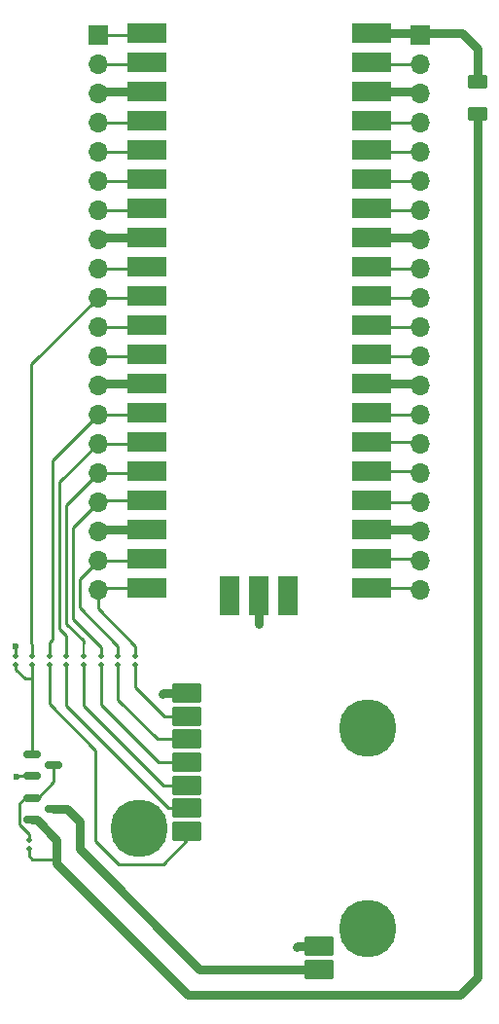
<source format=gbr>
%TF.GenerationSoftware,KiCad,Pcbnew,(6.0.4)*%
%TF.CreationDate,2022-11-07T15:55:16+01:00*%
%TF.ProjectId,mta1-usb-v1-programmer,6d746131-2d75-4736-922d-76312d70726f,rev?*%
%TF.SameCoordinates,Original*%
%TF.FileFunction,Copper,L1,Top*%
%TF.FilePolarity,Positive*%
%FSLAX46Y46*%
G04 Gerber Fmt 4.6, Leading zero omitted, Abs format (unit mm)*
G04 Created by KiCad (PCBNEW (6.0.4)) date 2022-11-07 15:55:16*
%MOMM*%
%LPD*%
G01*
G04 APERTURE LIST*
G04 Aperture macros list*
%AMRoundRect*
0 Rectangle with rounded corners*
0 $1 Rounding radius*
0 $2 $3 $4 $5 $6 $7 $8 $9 X,Y pos of 4 corners*
0 Add a 4 corners polygon primitive as box body*
4,1,4,$2,$3,$4,$5,$6,$7,$8,$9,$2,$3,0*
0 Add four circle primitives for the rounded corners*
1,1,$1+$1,$2,$3*
1,1,$1+$1,$4,$5*
1,1,$1+$1,$6,$7*
1,1,$1+$1,$8,$9*
0 Add four rect primitives between the rounded corners*
20,1,$1+$1,$2,$3,$4,$5,0*
20,1,$1+$1,$4,$5,$6,$7,0*
20,1,$1+$1,$6,$7,$8,$9,0*
20,1,$1+$1,$8,$9,$2,$3,0*%
G04 Aperture macros list end*
%TA.AperFunction,SMDPad,CuDef*%
%ADD10RoundRect,0.112500X0.112500X-0.112500X0.112500X0.112500X-0.112500X0.112500X-0.112500X-0.112500X0*%
%TD*%
%TA.AperFunction,ComponentPad*%
%ADD11C,5.000000*%
%TD*%
%TA.AperFunction,SMDPad,CuDef*%
%ADD12RoundRect,0.170000X1.130000X0.680000X-1.130000X0.680000X-1.130000X-0.680000X1.130000X-0.680000X0*%
%TD*%
%TA.AperFunction,SMDPad,CuDef*%
%ADD13RoundRect,0.170000X-1.130000X-0.680000X1.130000X-0.680000X1.130000X0.680000X-1.130000X0.680000X0*%
%TD*%
%TA.AperFunction,ComponentPad*%
%ADD14R,1.700000X1.700000*%
%TD*%
%TA.AperFunction,ComponentPad*%
%ADD15O,1.700000X1.700000*%
%TD*%
%TA.AperFunction,SMDPad,CuDef*%
%ADD16RoundRect,0.250000X-0.625000X0.375000X-0.625000X-0.375000X0.625000X-0.375000X0.625000X0.375000X0*%
%TD*%
%TA.AperFunction,SMDPad,CuDef*%
%ADD17RoundRect,0.150000X-0.587500X-0.150000X0.587500X-0.150000X0.587500X0.150000X-0.587500X0.150000X0*%
%TD*%
%TA.AperFunction,SMDPad,CuDef*%
%ADD18RoundRect,0.112500X-0.112500X0.112500X-0.112500X-0.112500X0.112500X-0.112500X0.112500X0.112500X0*%
%TD*%
%TA.AperFunction,SMDPad,CuDef*%
%ADD19R,1.700000X3.500000*%
%TD*%
%TA.AperFunction,SMDPad,CuDef*%
%ADD20R,3.500000X1.700000*%
%TD*%
%TA.AperFunction,ViaPad*%
%ADD21C,0.600000*%
%TD*%
%TA.AperFunction,Conductor*%
%ADD22C,0.800000*%
%TD*%
%TA.AperFunction,Conductor*%
%ADD23C,0.250000*%
%TD*%
%TA.AperFunction,Conductor*%
%ADD24C,0.200000*%
%TD*%
G04 APERTURE END LIST*
D10*
%TO.P,R16,1*%
%TO.N,/CDONE*%
X129750000Y-105800000D03*
%TO.P,R16,2*%
%TO.N,/CDONE_U*%
X129750000Y-105000000D03*
%TD*%
D11*
%TO.P,JIG1,M1*%
%TO.N,N/C*%
X130050000Y-120000000D03*
%TO.P,JIG1,M2*%
X149950000Y-128750000D03*
%TO.P,JIG1,M3*%
X149950000Y-111250000D03*
%TD*%
D12*
%TO.P,J4,7,7*%
%TO.N,GND*%
X134250000Y-108250000D03*
%TO.P,J4,6,6*%
%TO.N,/CDONE*%
X134250000Y-110250000D03*
%TO.P,J4,5,5*%
%TO.N,/CRESET*%
X134250000Y-112250000D03*
%TO.P,J4,4,4*%
%TO.N,/MISO*%
X134250000Y-114250000D03*
%TO.P,J4,3,3*%
%TO.N,/SS*%
X134250000Y-116250000D03*
%TO.P,J4,2,2*%
%TO.N,/MOSI*%
X134250000Y-118250000D03*
%TO.P,J4,1,1*%
%TO.N,/SCK*%
X134250000Y-120250000D03*
%TD*%
D13*
%TO.P,J3,1,1*%
%TO.N,GND*%
X145750000Y-130250000D03*
%TO.P,J3,2,2*%
%TO.N,/5V_DUT*%
X145750000Y-132250000D03*
%TD*%
D14*
%TO.P,J2,1,Pin_1*%
%TO.N,+5V*%
X154500000Y-51000000D03*
D15*
%TO.P,J2,2,Pin_2*%
%TO.N,/PICO_VSYS*%
X154500000Y-53540000D03*
%TO.P,J2,3,Pin_3*%
%TO.N,GND*%
X154500000Y-56080000D03*
%TO.P,J2,4,Pin_4*%
%TO.N,/PICO_3V3_EN*%
X154500000Y-58620000D03*
%TO.P,J2,5,Pin_5*%
%TO.N,/PICO_3V3*%
X154500000Y-61160000D03*
%TO.P,J2,6,Pin_6*%
%TO.N,/PICO_ADC_VREF*%
X154500000Y-63700000D03*
%TO.P,J2,7,Pin_7*%
%TO.N,/PICO28*%
X154500000Y-66240000D03*
%TO.P,J2,8,Pin_8*%
%TO.N,GND*%
X154500000Y-68780000D03*
%TO.P,J2,9,Pin_9*%
%TO.N,/PICO27*%
X154500000Y-71320000D03*
%TO.P,J2,10,Pin_10*%
%TO.N,/PICO26*%
X154500000Y-73860000D03*
%TO.P,J2,11,Pin_11*%
%TO.N,/PICO_RUN*%
X154500000Y-76400000D03*
%TO.P,J2,12,Pin_12*%
%TO.N,/PICO22*%
X154500000Y-78940000D03*
%TO.P,J2,13,Pin_13*%
%TO.N,GND*%
X154500000Y-81480000D03*
%TO.P,J2,14,Pin_14*%
%TO.N,/GPIO4_U*%
X154500000Y-84020000D03*
%TO.P,J2,15,Pin_15*%
%TO.N,/GPIO3_U*%
X154500000Y-86560000D03*
%TO.P,J2,16,Pin_16*%
%TO.N,/GPIO2_U*%
X154500000Y-89100000D03*
%TO.P,J2,17,Pin_17*%
%TO.N,/GPIO1_U*%
X154500000Y-91640000D03*
%TO.P,J2,18,Pin_18*%
%TO.N,GND*%
X154500000Y-94180000D03*
%TO.P,J2,19,Pin_19*%
%TO.N,/CTS_U*%
X154500000Y-96720000D03*
%TO.P,J2,20,Pin_20*%
%TO.N,/RTS_U*%
X154500000Y-99260000D03*
%TD*%
D16*
%TO.P,F1,1*%
%TO.N,+5V*%
X159500000Y-55100000D03*
%TO.P,F1,2*%
%TO.N,/5V_FUSE*%
X159500000Y-57900000D03*
%TD*%
D10*
%TO.P,R12,1*%
%TO.N,/MOSI*%
X123750000Y-105800000D03*
%TO.P,R12,2*%
%TO.N,/MOSI_U*%
X123750000Y-105000000D03*
%TD*%
D14*
%TO.P,J1,1,Pin_1*%
%TO.N,/PICO_0*%
X126500000Y-51000000D03*
D15*
%TO.P,J1,2,Pin_2*%
%TO.N,/PICO_1*%
X126500000Y-53540000D03*
%TO.P,J1,3,Pin_3*%
%TO.N,GND*%
X126500000Y-56080000D03*
%TO.P,J1,4,Pin_4*%
%TO.N,/PICO_2*%
X126500000Y-58620000D03*
%TO.P,J1,5,Pin_5*%
%TO.N,/PICO_3*%
X126500000Y-61160000D03*
%TO.P,J1,6,Pin_6*%
%TO.N,/PICO_4*%
X126500000Y-63700000D03*
%TO.P,J1,7,Pin_7*%
%TO.N,/PICO_5*%
X126500000Y-66240000D03*
%TO.P,J1,8,Pin_8*%
%TO.N,GND*%
X126500000Y-68780000D03*
%TO.P,J1,9,Pin_9*%
%TO.N,/PICO_6*%
X126500000Y-71320000D03*
%TO.P,J1,10,Pin_10*%
%TO.N,/5V_EN*%
X126500000Y-73860000D03*
%TO.P,J1,11,Pin_11*%
%TO.N,/TX_U*%
X126500000Y-76400000D03*
%TO.P,J1,12,Pin_12*%
%TO.N,/RX_U*%
X126500000Y-78940000D03*
%TO.P,J1,13,Pin_13*%
%TO.N,GND*%
X126500000Y-81480000D03*
%TO.P,J1,14,Pin_14*%
%TO.N,/SCK_U*%
X126500000Y-84020000D03*
%TO.P,J1,15,Pin_15*%
%TO.N,/MOSI_U*%
X126500000Y-86560000D03*
%TO.P,J1,16,Pin_16*%
%TO.N,/SS_U*%
X126500000Y-89100000D03*
%TO.P,J1,17,Pin_17*%
%TO.N,/MISO_U*%
X126500000Y-91640000D03*
%TO.P,J1,18,Pin_18*%
%TO.N,GND*%
X126500000Y-94180000D03*
%TO.P,J1,19,Pin_19*%
%TO.N,/CRESET_U*%
X126500000Y-96720000D03*
%TO.P,J1,20,Pin_20*%
%TO.N,/CDONE_U*%
X126500000Y-99260000D03*
%TD*%
D10*
%TO.P,R14,1*%
%TO.N,/MISO*%
X126750000Y-105800000D03*
%TO.P,R14,2*%
%TO.N,/MISO_U*%
X126750000Y-105000000D03*
%TD*%
%TO.P,R11,2*%
%TO.N,/SCK_U*%
X122250000Y-105000000D03*
%TO.P,R11,1*%
%TO.N,/SCK*%
X122250000Y-105800000D03*
%TD*%
%TO.P,R13,1*%
%TO.N,/SS*%
X125250000Y-105800000D03*
%TO.P,R13,2*%
%TO.N,/SS_U*%
X125250000Y-105000000D03*
%TD*%
D17*
%TO.P,Q1,1,G*%
%TO.N,Net-(Q1-Pad1)*%
X120762500Y-113540000D03*
%TO.P,Q1,2,S*%
%TO.N,GND*%
X120762500Y-115440000D03*
%TO.P,Q1,3,D*%
%TO.N,Net-(Q1-Pad3)*%
X122637500Y-114490000D03*
%TD*%
D18*
%TO.P,R8,1*%
%TO.N,Net-(Q1-Pad3)*%
X120500000Y-121000000D03*
%TO.P,R8,2*%
%TO.N,/5V_FUSE*%
X120500000Y-121800000D03*
%TD*%
D17*
%TO.P,Q2,1,G*%
%TO.N,Net-(Q1-Pad3)*%
X120762500Y-117350000D03*
%TO.P,Q2,2,S*%
%TO.N,/5V_FUSE*%
X120762500Y-119250000D03*
%TO.P,Q2,3,D*%
%TO.N,/5V_DUT*%
X122637500Y-118300000D03*
%TD*%
D19*
%TO.P,U2,43,SWDIO*%
%TO.N,unconnected-(U2-Pad43)*%
X143040000Y-99800000D03*
%TO.P,U2,42,GND*%
%TO.N,GND*%
X140500000Y-99800000D03*
%TO.P,U2,41,SWCLK*%
%TO.N,unconnected-(U2-Pad41)*%
X137960000Y-99800000D03*
D20*
%TO.P,U2,40,VBUS*%
%TO.N,+5V*%
X150290000Y-50870000D03*
%TO.P,U2,39,VSYS*%
%TO.N,/PICO_VSYS*%
X150290000Y-53410000D03*
%TO.P,U2,38,GND*%
%TO.N,GND*%
X150290000Y-55950000D03*
%TO.P,U2,37,3V3_EN*%
%TO.N,/PICO_3V3_EN*%
X150290000Y-58490000D03*
%TO.P,U2,36,3V3*%
%TO.N,/PICO_3V3*%
X150290000Y-61030000D03*
%TO.P,U2,35,ADC_VREF*%
%TO.N,/PICO_ADC_VREF*%
X150290000Y-63570000D03*
%TO.P,U2,34,GPIO28_ADC2*%
%TO.N,/PICO28*%
X150290000Y-66110000D03*
%TO.P,U2,33,AGND*%
%TO.N,GND*%
X150290000Y-68650000D03*
%TO.P,U2,32,GPIO27_ADC1*%
%TO.N,/PICO27*%
X150290000Y-71190000D03*
%TO.P,U2,31,GPIO26_ADC0*%
%TO.N,/PICO26*%
X150290000Y-73730000D03*
%TO.P,U2,30,RUN*%
%TO.N,/PICO_RUN*%
X150290000Y-76270000D03*
%TO.P,U2,29,GPIO22*%
%TO.N,/PICO22*%
X150290000Y-78810000D03*
%TO.P,U2,28,GND*%
%TO.N,GND*%
X150290000Y-81350000D03*
%TO.P,U2,27,GPIO21*%
%TO.N,/GPIO4_U*%
X150290000Y-83890000D03*
%TO.P,U2,26,GPIO20*%
%TO.N,/GPIO3_U*%
X150290000Y-86430000D03*
%TO.P,U2,25,GPIO19*%
%TO.N,/GPIO2_U*%
X150290000Y-88970000D03*
%TO.P,U2,24,GPIO18*%
%TO.N,/GPIO1_U*%
X150290000Y-91510000D03*
%TO.P,U2,23,GND*%
%TO.N,GND*%
X150290000Y-94050000D03*
%TO.P,U2,22,GPIO17*%
%TO.N,/CTS_U*%
X150290000Y-96590000D03*
%TO.P,U2,21,GPIO16*%
%TO.N,/RTS_U*%
X150290000Y-99130000D03*
%TO.P,U2,20,GPIO15*%
%TO.N,/CDONE_U*%
X130710000Y-99130000D03*
%TO.P,U2,19,GPIO14*%
%TO.N,/CRESET_U*%
X130710000Y-96590000D03*
%TO.P,U2,18,GND*%
%TO.N,GND*%
X130710000Y-94050000D03*
%TO.P,U2,17,GPIO13*%
%TO.N,/MISO_U*%
X130710000Y-91510000D03*
%TO.P,U2,16,GPIO12*%
%TO.N,/SS_U*%
X130710000Y-88970000D03*
%TO.P,U2,15,GPIO11*%
%TO.N,/MOSI_U*%
X130710000Y-86430000D03*
%TO.P,U2,14,GPIO10*%
%TO.N,/SCK_U*%
X130710000Y-83890000D03*
%TO.P,U2,13,GND*%
%TO.N,GND*%
X130710000Y-81350000D03*
%TO.P,U2,12,GPIO9*%
%TO.N,/RX_U*%
X130710000Y-78810000D03*
%TO.P,U2,11,GPIO8*%
%TO.N,/TX_U*%
X130710000Y-76270000D03*
%TO.P,U2,10,GPIO7*%
%TO.N,/5V_EN*%
X130710000Y-73730000D03*
%TO.P,U2,9,GPIO6*%
%TO.N,/PICO_6*%
X130710000Y-71190000D03*
%TO.P,U2,8,GND*%
%TO.N,GND*%
X130710000Y-68650000D03*
%TO.P,U2,7,GPIO5*%
%TO.N,/PICO_5*%
X130710000Y-66110000D03*
%TO.P,U2,6,GPIO4*%
%TO.N,/PICO_4*%
X130710000Y-63570000D03*
%TO.P,U2,5,GPIO3*%
%TO.N,/PICO_3*%
X130710000Y-61030000D03*
%TO.P,U2,4,GPIO2*%
%TO.N,/PICO_2*%
X130710000Y-58490000D03*
%TO.P,U2,3,GND*%
%TO.N,GND*%
X130710000Y-55950000D03*
%TO.P,U2,2,GPIO1*%
%TO.N,/PICO_1*%
X130710000Y-53410000D03*
%TO.P,U2,1,GPIO0*%
%TO.N,/PICO_0*%
X130710000Y-50870000D03*
%TD*%
D18*
%TO.P,R17,1*%
%TO.N,/5V_EN*%
X120750000Y-105000000D03*
%TO.P,R17,2*%
%TO.N,Net-(Q1-Pad1)*%
X120750000Y-105800000D03*
%TD*%
D10*
%TO.P,R15,1*%
%TO.N,/CRESET*%
X128250000Y-105800000D03*
%TO.P,R15,2*%
%TO.N,/CRESET_U*%
X128250000Y-105000000D03*
%TD*%
D18*
%TO.P,R7,1*%
%TO.N,GND*%
X119300000Y-105000000D03*
%TO.P,R7,2*%
%TO.N,Net-(Q1-Pad1)*%
X119300000Y-105800000D03*
%TD*%
D21*
%TO.N,GND*%
X132100000Y-108300000D03*
X143800000Y-130300000D03*
X119300000Y-104200000D03*
X119380000Y-115500000D03*
X140500000Y-102200000D03*
%TD*%
D22*
%TO.N,GND*%
X140500000Y-98900000D02*
X140500000Y-102200000D01*
D23*
%TO.N,/PICO26*%
X149520000Y-73860000D02*
X149390000Y-73730000D01*
X154500000Y-73860000D02*
X149520000Y-73860000D01*
%TO.N,/PICO27*%
X149520000Y-71320000D02*
X149390000Y-71190000D01*
X154500000Y-71320000D02*
X149520000Y-71320000D01*
%TO.N,/PICO28*%
X149520000Y-66240000D02*
X149390000Y-66110000D01*
X154500000Y-66240000D02*
X149520000Y-66240000D01*
%TO.N,/SCK*%
X126300000Y-113200000D02*
X122250000Y-109150000D01*
X126300000Y-121100000D02*
X126300000Y-113200000D01*
X122250000Y-109150000D02*
X122250000Y-105800000D01*
X132200000Y-123100000D02*
X128300000Y-123100000D01*
X128300000Y-123100000D02*
X126300000Y-121100000D01*
X134250000Y-121050000D02*
X132200000Y-123100000D01*
X134250000Y-120250000D02*
X134250000Y-121050000D01*
D22*
%TO.N,/5V_DUT*%
X123800000Y-118300000D02*
X122637500Y-118300000D01*
X124900000Y-119400000D02*
X123800000Y-118300000D01*
X124900000Y-121800000D02*
X124900000Y-119400000D01*
X135350000Y-132250000D02*
X124900000Y-121800000D01*
X145750000Y-132250000D02*
X135350000Y-132250000D01*
%TO.N,/5V_FUSE*%
X159500000Y-133000000D02*
X159500000Y-57900000D01*
X158000000Y-134500000D02*
X159500000Y-133000000D01*
X134337500Y-134500000D02*
X158000000Y-134500000D01*
X122900000Y-122700000D02*
X122900000Y-123062500D01*
X122900000Y-123062500D02*
X134337500Y-134500000D01*
D23*
%TO.N,Net-(Q1-Pad1)*%
X120750000Y-113527500D02*
X120762500Y-113540000D01*
X120750000Y-107000000D02*
X120750000Y-113527500D01*
%TO.N,/MOSI*%
X132650000Y-118250000D02*
X134250000Y-118250000D01*
X123750000Y-109350000D02*
X132650000Y-118250000D01*
X123750000Y-105800000D02*
X123750000Y-109350000D01*
%TO.N,/SS*%
X125250000Y-109350000D02*
X125250000Y-105800000D01*
X132150000Y-116250000D02*
X125250000Y-109350000D01*
X134250000Y-116250000D02*
X132150000Y-116250000D01*
%TO.N,/MISO*%
X126750000Y-109250000D02*
X131750000Y-114250000D01*
X131750000Y-114250000D02*
X134250000Y-114250000D01*
X126750000Y-105800000D02*
X126750000Y-109250000D01*
%TO.N,/CRESET*%
X128250000Y-108850000D02*
X128250000Y-105800000D01*
X131650000Y-112250000D02*
X128250000Y-108850000D01*
X134250000Y-112250000D02*
X131650000Y-112250000D01*
%TO.N,/CDONE*%
X132250000Y-110250000D02*
X134250000Y-110250000D01*
X129750000Y-107750000D02*
X132250000Y-110250000D01*
X129750000Y-105800000D02*
X129750000Y-107750000D01*
%TO.N,Net-(Q1-Pad3)*%
X122637500Y-114490000D02*
X122637500Y-115942500D01*
X122637500Y-115942500D02*
X121230000Y-117350000D01*
X121230000Y-117350000D02*
X120762500Y-117350000D01*
%TO.N,Net-(Q1-Pad1)*%
X120750000Y-107000000D02*
X120125000Y-107000000D01*
X120750000Y-105800000D02*
X120750000Y-107000000D01*
X119300000Y-105800000D02*
X119300000Y-106175000D01*
X119300000Y-106175000D02*
X120125000Y-107000000D01*
%TO.N,/MOSI_U*%
X123750000Y-103250000D02*
X123750000Y-105000000D01*
%TO.N,/MISO_U*%
X124300000Y-101800000D02*
X126750000Y-104250000D01*
%TO.N,/CDONE_U*%
X129750000Y-104150000D02*
X129750000Y-105000000D01*
%TO.N,/SS_U*%
X123740000Y-102190000D02*
X125250000Y-103700000D01*
%TO.N,/SCK_U*%
X122540000Y-87980000D02*
X122540000Y-103560000D01*
%TO.N,/CRESET_U*%
X128250000Y-104150000D02*
X128250000Y-105000000D01*
%TO.N,/SCK_U*%
X122250000Y-103850000D02*
X122250000Y-105000000D01*
X122540000Y-103560000D02*
X122250000Y-103850000D01*
D22*
%TO.N,+5V*%
X158170000Y-50870000D02*
X159500000Y-52200000D01*
X159500000Y-52200000D02*
X159500000Y-55100000D01*
X149390000Y-50870000D02*
X158170000Y-50870000D01*
D23*
%TO.N,/SS_U*%
X125250000Y-103700000D02*
X125250000Y-103950000D01*
X123740000Y-91860000D02*
X123740000Y-102190000D01*
X126500000Y-89100000D02*
X123740000Y-91860000D01*
%TO.N,/MISO_U*%
X126750000Y-104250000D02*
X126750000Y-105000000D01*
X124300000Y-93840000D02*
X124300000Y-101800000D01*
X126500000Y-91640000D02*
X124300000Y-93840000D01*
%TO.N,/SCK_U*%
X126500000Y-84020000D02*
X122540000Y-87980000D01*
%TO.N,/CDONE_U*%
X126500000Y-100900000D02*
X129750000Y-104150000D01*
X126500000Y-99260000D02*
X126500000Y-100900000D01*
%TO.N,/CRESET_U*%
X124900000Y-100800000D02*
X128250000Y-104150000D01*
X124900000Y-98320000D02*
X124900000Y-100800000D01*
X126500000Y-96720000D02*
X124900000Y-98320000D01*
D24*
%TO.N,/SS_U*%
X125250000Y-105000000D02*
X125250000Y-103950000D01*
D23*
%TO.N,/MOSI_U*%
X123170000Y-89890000D02*
X123170000Y-102670000D01*
X123170000Y-102670000D02*
X123750000Y-103250000D01*
X126500000Y-86560000D02*
X123170000Y-89890000D01*
%TO.N,/5V_FUSE*%
X120500000Y-122400000D02*
X120500000Y-121800000D01*
X122900000Y-122700000D02*
X120800000Y-122700000D01*
X120800000Y-122700000D02*
X120500000Y-122400000D01*
%TO.N,Net-(Q1-Pad3)*%
X119700000Y-117800000D02*
X120150000Y-117350000D01*
X120150000Y-117350000D02*
X120762500Y-117350000D01*
X120500000Y-120500000D02*
X119700000Y-119700000D01*
X120500000Y-121000000D02*
X120500000Y-120500000D01*
X119700000Y-119700000D02*
X119700000Y-117800000D01*
D22*
%TO.N,GND*%
X132150000Y-108250000D02*
X132100000Y-108300000D01*
X134250000Y-108250000D02*
X132150000Y-108250000D01*
X143850000Y-130250000D02*
X143800000Y-130300000D01*
X145750000Y-130250000D02*
X143850000Y-130250000D01*
%TO.N,/5V_FUSE*%
X122900000Y-121000000D02*
X121150000Y-119250000D01*
X121150000Y-119250000D02*
X120762500Y-119250000D01*
X122900000Y-122700000D02*
X122900000Y-121000000D01*
D23*
%TO.N,/5V_EN*%
X120750000Y-104000000D02*
X120750000Y-105000000D01*
X120700000Y-103950000D02*
X120750000Y-104000000D01*
X120700000Y-79660000D02*
X120700000Y-103950000D01*
X126500000Y-73860000D02*
X120700000Y-79660000D01*
D22*
%TO.N,GND*%
X154370000Y-68650000D02*
X154500000Y-68780000D01*
X149390000Y-55950000D02*
X154370000Y-55950000D01*
X149390000Y-68650000D02*
X154370000Y-68650000D01*
D23*
X119300000Y-105000000D02*
X119300000Y-104140000D01*
D22*
X154370000Y-81350000D02*
X154500000Y-81480000D01*
X131610000Y-94050000D02*
X126630000Y-94050000D01*
X126630000Y-55950000D02*
X126500000Y-56080000D01*
X126630000Y-81350000D02*
X126500000Y-81480000D01*
D23*
X120762500Y-115440000D02*
X119440000Y-115440000D01*
X119440000Y-115440000D02*
X119380000Y-115500000D01*
D22*
X131610000Y-55950000D02*
X126630000Y-55950000D01*
X131610000Y-68650000D02*
X126630000Y-68650000D01*
X126630000Y-68650000D02*
X126500000Y-68780000D01*
X149390000Y-94050000D02*
X154370000Y-94050000D01*
X149390000Y-81350000D02*
X154370000Y-81350000D01*
X154370000Y-55950000D02*
X154500000Y-56080000D01*
X126630000Y-94050000D02*
X126500000Y-94180000D01*
X131610000Y-81350000D02*
X126630000Y-81350000D01*
D23*
%TO.N,/PICO_0*%
X131480000Y-51000000D02*
X131610000Y-50870000D01*
X126500000Y-51000000D02*
X131480000Y-51000000D01*
%TO.N,/PICO_1*%
X131480000Y-53540000D02*
X131610000Y-53410000D01*
X126500000Y-53540000D02*
X131480000Y-53540000D01*
%TO.N,/PICO_2*%
X126500000Y-58620000D02*
X131480000Y-58620000D01*
X131480000Y-58620000D02*
X131610000Y-58490000D01*
%TO.N,/PICO_3*%
X126500000Y-61160000D02*
X131480000Y-61160000D01*
X131480000Y-61160000D02*
X131610000Y-61030000D01*
%TO.N,/PICO_4*%
X131480000Y-63700000D02*
X131610000Y-63570000D01*
X126500000Y-63700000D02*
X131480000Y-63700000D01*
%TO.N,/PICO_5*%
X126500000Y-66240000D02*
X131480000Y-66240000D01*
X131480000Y-66240000D02*
X131610000Y-66110000D01*
%TO.N,/PICO_6*%
X131480000Y-71320000D02*
X131610000Y-71190000D01*
X126500000Y-71320000D02*
X131480000Y-71320000D01*
%TO.N,/PICO_VSYS*%
X154500000Y-53540000D02*
X149520000Y-53540000D01*
X149520000Y-53540000D02*
X149390000Y-53410000D01*
%TO.N,/PICO_3V3_EN*%
X149520000Y-58620000D02*
X149390000Y-58490000D01*
X154500000Y-58620000D02*
X149520000Y-58620000D01*
%TO.N,/PICO_3V3*%
X149520000Y-61160000D02*
X149390000Y-61030000D01*
X154500000Y-61160000D02*
X149520000Y-61160000D01*
%TO.N,/PICO_ADC_VREF*%
X154500000Y-63700000D02*
X149520000Y-63700000D01*
X149520000Y-63700000D02*
X149390000Y-63570000D01*
%TO.N,/PICO_RUN*%
X154500000Y-76400000D02*
X149520000Y-76400000D01*
%TO.N,/PICO22*%
X149520000Y-78940000D02*
X149390000Y-78810000D01*
X154500000Y-78940000D02*
X149520000Y-78940000D01*
%TO.N,/TX_U*%
X131480000Y-76400000D02*
X131610000Y-76270000D01*
X126500000Y-76400000D02*
X131480000Y-76400000D01*
%TO.N,/RX_U*%
X131480000Y-78940000D02*
X131610000Y-78810000D01*
X126500000Y-78940000D02*
X131480000Y-78940000D01*
%TO.N,/SCK_U*%
X126500000Y-84020000D02*
X131480000Y-84020000D01*
X131480000Y-84020000D02*
X131610000Y-83890000D01*
%TO.N,/MOSI_U*%
X131480000Y-86560000D02*
X131610000Y-86430000D01*
X126500000Y-86560000D02*
X131480000Y-86560000D01*
%TO.N,/SS_U*%
X131480000Y-89100000D02*
X131610000Y-88970000D01*
X126500000Y-89100000D02*
X131480000Y-89100000D01*
%TO.N,/MISO_U*%
X126630000Y-91510000D02*
X126500000Y-91640000D01*
X131610000Y-91510000D02*
X126630000Y-91510000D01*
%TO.N,/CRESET_U*%
X126500000Y-96720000D02*
X131480000Y-96720000D01*
X131480000Y-96720000D02*
X131610000Y-96590000D01*
%TO.N,/CDONE_U*%
X126630000Y-99130000D02*
X126500000Y-99260000D01*
X131610000Y-99130000D02*
X126630000Y-99130000D01*
%TO.N,/GPIO4_U*%
X149390000Y-83890000D02*
X149520000Y-84020000D01*
X149520000Y-84020000D02*
X154500000Y-84020000D01*
%TO.N,/GPIO3_U*%
X149390000Y-86430000D02*
X154370000Y-86430000D01*
%TO.N,/GPIO2_U*%
X149390000Y-88970000D02*
X154370000Y-88970000D01*
%TO.N,/GPIO1_U*%
X149520000Y-91640000D02*
X154500000Y-91640000D01*
X149390000Y-91510000D02*
X149520000Y-91640000D01*
%TO.N,/CTS_U*%
X149390000Y-96590000D02*
X154370000Y-96590000D01*
%TO.N,/RTS_U*%
X149390000Y-99130000D02*
X154370000Y-99130000D01*
%TO.N,/5V_EN*%
X131480000Y-73860000D02*
X126500000Y-73860000D01*
X131610000Y-73730000D02*
X131480000Y-73860000D01*
%TD*%
M02*

</source>
